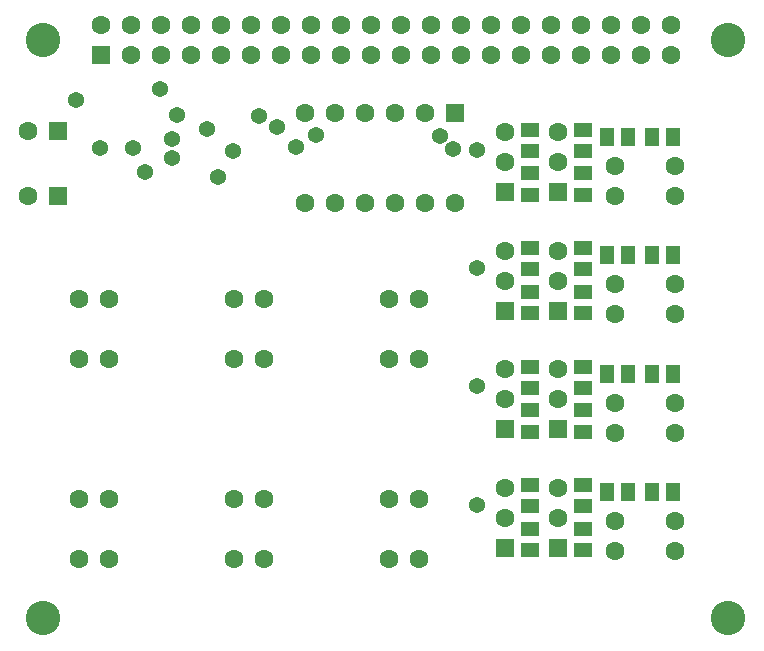
<source format=gbs>
G04 Layer_Color=16711935*
%FSLAX25Y25*%
%MOIN*%
G70*
G01*
G75*
%ADD28R,0.05912X0.05124*%
%ADD29R,0.05124X0.05912*%
%ADD30C,0.11500*%
%ADD31R,0.06306X0.06306*%
%ADD32C,0.06306*%
%ADD33C,0.06306*%
%ADD34R,0.06306X0.06306*%
%ADD35R,0.06306X0.06306*%
%ADD36C,0.05400*%
D28*
X162264Y-163087D02*
D03*
Y-170173D02*
D03*
Y-148520D02*
D03*
Y-155606D02*
D03*
X179980Y-163087D02*
D03*
Y-170173D02*
D03*
Y-148520D02*
D03*
Y-155606D02*
D03*
X162264Y-109020D02*
D03*
Y-116106D02*
D03*
X179980Y-123587D02*
D03*
Y-130673D02*
D03*
Y-109020D02*
D03*
Y-116106D02*
D03*
X162264Y-123587D02*
D03*
Y-130673D02*
D03*
Y-69520D02*
D03*
Y-76606D02*
D03*
X179980Y-84087D02*
D03*
Y-91173D02*
D03*
Y-69520D02*
D03*
Y-76606D02*
D03*
X162264Y-84087D02*
D03*
Y-91173D02*
D03*
Y-30020D02*
D03*
Y-37106D02*
D03*
X179980Y-44587D02*
D03*
Y-51673D02*
D03*
Y-30020D02*
D03*
Y-37106D02*
D03*
X162264Y-44587D02*
D03*
Y-51673D02*
D03*
D29*
X187854Y-150882D02*
D03*
X194941D02*
D03*
X202815D02*
D03*
X209902D02*
D03*
X202815Y-111382D02*
D03*
X209902D02*
D03*
X187854D02*
D03*
X194941D02*
D03*
X202815Y-71882D02*
D03*
X209902D02*
D03*
X187854D02*
D03*
X194941D02*
D03*
X202815Y-32382D02*
D03*
X209902D02*
D03*
X187854D02*
D03*
X194941D02*
D03*
D30*
X228400Y0D02*
D03*
X0D02*
D03*
Y-192900D02*
D03*
X228400D02*
D03*
D31*
X19200Y-5000D02*
D03*
X4800Y-52200D02*
D03*
Y-30600D02*
D03*
D32*
X19200Y5000D02*
D03*
X29200Y-5000D02*
D03*
Y5000D02*
D03*
X39200Y-5000D02*
D03*
Y5000D02*
D03*
X49200Y-5000D02*
D03*
Y5000D02*
D03*
X59200Y-5000D02*
D03*
Y5000D02*
D03*
X69200Y-5000D02*
D03*
Y5000D02*
D03*
X79200Y-5000D02*
D03*
Y5000D02*
D03*
X89200Y-5000D02*
D03*
Y5000D02*
D03*
X99200Y-5000D02*
D03*
Y5000D02*
D03*
X109200Y-5000D02*
D03*
Y5000D02*
D03*
X119200Y-5000D02*
D03*
Y5000D02*
D03*
X129200Y-5000D02*
D03*
Y5000D02*
D03*
X139200Y-5000D02*
D03*
Y5000D02*
D03*
X149200Y-5000D02*
D03*
Y5000D02*
D03*
X159200Y-5000D02*
D03*
Y5000D02*
D03*
X169200Y-5000D02*
D03*
Y5000D02*
D03*
X179200Y-5000D02*
D03*
Y5000D02*
D03*
X189200Y-5000D02*
D03*
Y5000D02*
D03*
X199200Y-5000D02*
D03*
Y5000D02*
D03*
X209200Y-5000D02*
D03*
Y5000D02*
D03*
X-5200Y-52200D02*
D03*
X87205Y-54370D02*
D03*
X97205D02*
D03*
X107205D02*
D03*
X117205D02*
D03*
X127205D02*
D03*
X137205D02*
D03*
X87205Y-24370D02*
D03*
X153996Y-70386D02*
D03*
Y-80386D02*
D03*
X171713Y-70386D02*
D03*
Y-80386D02*
D03*
X210610Y-91567D02*
D03*
Y-81567D02*
D03*
X190610D02*
D03*
Y-91567D02*
D03*
X153996Y-149386D02*
D03*
Y-159386D02*
D03*
X171713Y-149386D02*
D03*
Y-159386D02*
D03*
X210610Y-170567D02*
D03*
Y-160567D02*
D03*
X190610D02*
D03*
Y-170567D02*
D03*
X153996Y-109886D02*
D03*
Y-119886D02*
D03*
X171713Y-109886D02*
D03*
Y-119886D02*
D03*
X210610Y-131067D02*
D03*
Y-121067D02*
D03*
X190610D02*
D03*
Y-131067D02*
D03*
X153996Y-30886D02*
D03*
Y-40886D02*
D03*
X171713Y-30886D02*
D03*
Y-40886D02*
D03*
X210610Y-52067D02*
D03*
Y-42067D02*
D03*
X190610D02*
D03*
Y-52067D02*
D03*
X11811Y-172996D02*
D03*
X21811D02*
D03*
Y-152996D02*
D03*
X11811D02*
D03*
X63484Y-172996D02*
D03*
X73484D02*
D03*
Y-152996D02*
D03*
X63484D02*
D03*
X115157Y-172996D02*
D03*
X125157D02*
D03*
Y-152996D02*
D03*
X115157D02*
D03*
X-5200Y-30600D02*
D03*
X11811Y-106614D02*
D03*
X21811D02*
D03*
Y-86614D02*
D03*
X11811D02*
D03*
X63484Y-106614D02*
D03*
X73484D02*
D03*
Y-86614D02*
D03*
X63484D02*
D03*
X115157Y-106614D02*
D03*
X125157D02*
D03*
Y-86614D02*
D03*
X115157D02*
D03*
D33*
X97205Y-24370D02*
D03*
X107205D02*
D03*
X117205D02*
D03*
X127205D02*
D03*
D34*
X137205D02*
D03*
D35*
X153996Y-90386D02*
D03*
X171713D02*
D03*
X153996Y-169386D02*
D03*
X171713D02*
D03*
X153996Y-129886D02*
D03*
X171713D02*
D03*
X153996Y-50886D02*
D03*
X171713D02*
D03*
D36*
X42913Y-39370D02*
D03*
X58268Y-45669D02*
D03*
X33858Y-44094D02*
D03*
X42913Y-33071D02*
D03*
X63386Y-37008D02*
D03*
X77953Y-29134D02*
D03*
X90945Y-31890D02*
D03*
X84252Y-35827D02*
D03*
X54724Y-29921D02*
D03*
X144608Y-115628D02*
D03*
Y-76258D02*
D03*
Y-154998D02*
D03*
Y-36888D02*
D03*
X132283Y-32283D02*
D03*
X136614Y-36614D02*
D03*
X19000Y-36000D02*
D03*
X30000D02*
D03*
X11000Y-20000D02*
D03*
X72000Y-25500D02*
D03*
X44500Y-25000D02*
D03*
X39000Y-16520D02*
D03*
M02*

</source>
